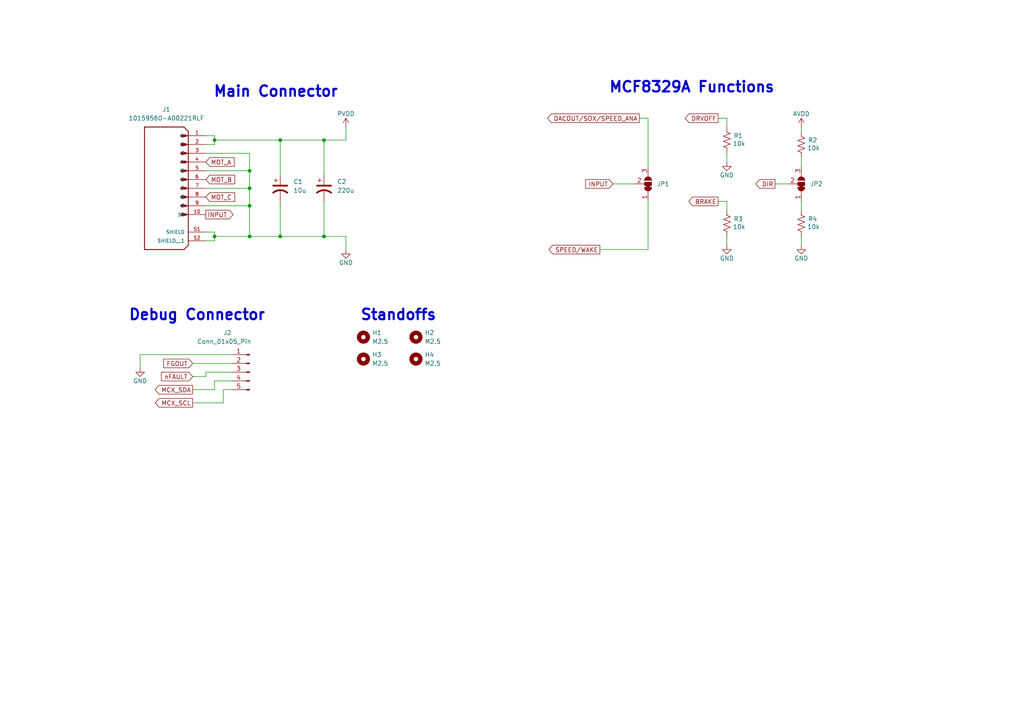
<source format=kicad_sch>
(kicad_sch (version 20231120) (generator "eeschema") (generator_version "8.0")
  (paper "A4")
  (title_block (title "Easy BLDC") (date "2024-08-06") (rev "2.0") (company "Peter Buckley Engineering"))
  (lib_symbols
    (symbol "Connector:Conn_01x05_Pin" (pin_names (offset 1.016) hide)
      (property "Reference" "J" (at 0 7.62 0))
      (property "Value" "Conn_01x05_Pin" (at 0 -7.62 0))
      (symbol "Conn_01x05_Pin_1_1"
        (polyline (pts (xy 1.27 -5.08) (xy 0.8636 -5.08)) (stroke (width 0.1524)))
        (polyline (pts (xy 1.27 -2.54) (xy 0.8636 -2.54)) (stroke (width 0.1524)))
        (polyline (pts (xy 1.27 0) (xy 0.8636 0)) (stroke (width 0.1524)))
        (polyline (pts (xy 1.27 2.54) (xy 0.8636 2.54)) (stroke (width 0.1524)))
        (polyline (pts (xy 1.27 5.08) (xy 0.8636 5.08)) (stroke (width 0.1524)))
        (rectangle (start 0.8636 -4.953) (end 0 -5.207) (stroke (width 0.1524)) (fill (type outline)))
        (rectangle (start 0.8636 -2.413) (end 0 -2.667) (stroke (width 0.1524)) (fill (type outline)))
        (rectangle (start 0.8636 0.127) (end 0 -0.127) (stroke (width 0.1524)) (fill (type outline)))
        (rectangle (start 0.8636 2.667) (end 0 2.413) (stroke (width 0.1524)) (fill (type outline)))
        (rectangle (start 0.8636 5.207) (end 0 4.953) (stroke (width 0.1524)) (fill (type outline)))
        (pin passive line (at 5.08 5.08 180) (length 3.81) (name "Pin_1") (number "1"))
        (pin passive line (at 5.08 2.54 180) (length 3.81) (name "Pin_2") (number "2"))
        (pin passive line (at 5.08 0 180) (length 3.81) (name "Pin_3") (number "3"))
        (pin passive line (at 5.08 -2.54 180) (length 3.81) (name "Pin_4") (number "4"))
        (pin passive line (at 5.08 -5.08 180) (length 3.81) (name "Pin_5") (number "5"))
      )
    )
    (symbol "Device:C_Polarized_US" (pin_numbers hide) (pin_names (offset 0.254) hide)
      (property "Reference" "C" (at 0.635 2.54 0))
      (property "Value" "C_Polarized_US" (at 0.635 -2.54 0))
      (symbol "C_Polarized_US_0_1"
        (polyline (pts (xy -2.032 0.762) (xy 2.032 0.762)) (stroke (width 0.508)))
        (polyline (pts (xy -1.778 2.286) (xy -0.762 2.286)))
        (polyline (pts (xy -1.27 1.778) (xy -1.27 2.794)))
        (arc (start 2.032 -1.27) (mid 0 -0.5572) (end -2.032 -1.27) (stroke (width 0.508)))
      )
      (symbol "C_Polarized_US_1_1"
        (pin passive line (at 0 3.81 270) (length 2.794) (name "~") (number "1"))
        (pin passive line (at 0 -3.81 90) (length 3.302) (name "~") (number "2"))
      )
    )
    (symbol "Device:R_US" (pin_numbers hide) (pin_names (offset 0))
      (property "Reference" "R" (at 2.54 0 90))
      (property "Value" "R_US" (at -2.54 0 90))
      (symbol "R_US_0_1"
        (polyline (pts (xy 0 -2.286) (xy 0 -2.54)))
        (polyline (pts (xy 0 2.286) (xy 0 2.54)))
        (polyline (pts (xy 0 -0.762) (xy 1.016 -1.143) (xy 0 -1.524) (xy -1.016 -1.905) (xy 0 -2.286)))
        (polyline (pts (xy 0 0.762) (xy 1.016 0.381) (xy 0 0) (xy -1.016 -0.381) (xy 0 -0.762)))
        (polyline (pts (xy 0 2.286) (xy 1.016 1.905) (xy 0 1.524) (xy -1.016 1.143) (xy 0 0.762)))
      )
      (symbol "R_US_1_1"
        (pin passive line (at 0 3.81 270) (length 1.27) (name "~") (number "1"))
        (pin passive line (at 0 -3.81 90) (length 1.27) (name "~") (number "2"))
      )
    )
    (symbol "EasyBLDC:10159560-A00221RLF" (pin_names (offset 1.016))
      (property "Reference" "J" (at 0 16.51 0))
      (property "Value" "10159560-A00221RLF" (at 0 -22.86 0))
      (symbol "10159560-A00221RLF_0_0"
        (polyline (pts (xy 0 -19.05) (xy 1.27 -20.32)) (stroke (width 0.254)))
        (polyline (pts (xy 0 -10.16) (xy 1.905 -10.16)) (stroke (width 0.254)))
        (polyline (pts (xy 0 -7.62) (xy 1.905 -7.62)) (stroke (width 0.254)))
        (polyline (pts (xy 0 -5.08) (xy 1.905 -5.08)) (stroke (width 0.254)))
        (polyline (pts (xy 0 -2.54) (xy 1.905 -2.54)) (stroke (width 0.254)))
        (polyline (pts (xy 0 0) (xy 1.905 0)) (stroke (width 0.254)))
        (polyline (pts (xy 0 2.54) (xy 1.905 2.54)) (stroke (width 0.254)))
        (polyline (pts (xy 0 5.08) (xy 1.905 5.08)) (stroke (width 0.254)))
        (polyline (pts (xy 0 7.62) (xy 1.905 7.62)) (stroke (width 0.254)))
        (polyline (pts (xy 0 10.16) (xy 1.905 10.16)) (stroke (width 0.254)))
        (polyline (pts (xy 0 12.7) (xy 0 -19.05)) (stroke (width 0.254)))
        (polyline (pts (xy 0 12.7) (xy 1.905 12.7)) (stroke (width 0.254)))
        (polyline (pts (xy 0 13.97) (xy 0 12.7)) (stroke (width 0.254)))
        (polyline (pts (xy 0 13.97) (xy 1.27 15.24)) (stroke (width 0.254)))
        (polyline (pts (xy 1.27 -20.32) (xy 12.7 -20.32)) (stroke (width 0.254)))
        (polyline (pts (xy 12.7 -20.32) (xy 12.7 15.24)) (stroke (width 0.254)))
        (polyline (pts (xy 12.7 15.24) (xy 1.27 15.24)) (stroke (width 0.254)))
        (rectangle (start 0.635 -10.4775) (end 2.2225 -9.8425) (stroke (width 0.1)) (fill (type outline)))
        (rectangle (start 0.635 -7.9375) (end 2.2225 -7.3025) (stroke (width 0.1)) (fill (type outline)))
        (rectangle (start 0.635 -5.3975) (end 2.2225 -4.7625) (stroke (width 0.1)) (fill (type outline)))
        (rectangle (start 0.635 -2.8575) (end 2.2225 -2.2225) (stroke (width 0.1)) (fill (type outline)))
        (rectangle (start 0.635 -0.3175) (end 2.2225 0.3175) (stroke (width 0.1)) (fill (type outline)))
        (rectangle (start 0.635 2.2225) (end 2.2225 2.8575) (stroke (width 0.1)) (fill (type outline)))
        (rectangle (start 0.635 4.7625) (end 2.2225 5.3975) (stroke (width 0.1)) (fill (type outline)))
        (rectangle (start 0.635 7.3025) (end 2.2225 7.9375) (stroke (width 0.1)) (fill (type outline)))
        (rectangle (start 0.635 9.8425) (end 2.2225 10.4775) (stroke (width 0.1)) (fill (type outline)))
        (rectangle (start 0.635 12.3825) (end 2.2225 13.0175) (stroke (width 0.1)) (fill (type outline)))
        (pin power_in line (at -5.08 12.7 0) (length 5.08) (name "1") (number "1"))
        (pin power_in line (at -5.08 -10.16 0) (length 5.08) (name "10") (number "10"))
        (pin power_in line (at -5.08 10.16 0) (length 5.08) (name "2") (number "2"))
        (pin power_in line (at -5.08 7.62 0) (length 5.08) (name "3") (number "3"))
        (pin power_in line (at -5.08 5.08 0) (length 5.08) (name "4") (number "4"))
        (pin power_in line (at -5.08 2.54 0) (length 5.08) (name "5") (number "5"))
        (pin power_in line (at -5.08 0 0) (length 5.08) (name "6") (number "6"))
        (pin power_in line (at -5.08 -2.54 0) (length 5.08) (name "7") (number "7"))
        (pin power_in line (at -5.08 -5.08 0) (length 5.08) (name "8") (number "8"))
        (pin power_in line (at -5.08 -7.62 0) (length 5.08) (name "9") (number "9"))
        (pin passive line (at -5.08 -15.24 0) (length 5.08) (name "SHIELD") (number "S1"))
        (pin passive line (at -5.08 -17.78 0) (length 5.08) (name "SHIELD__1") (number "S2"))
      )
    )
    (symbol "Jumper:SolderJumper_3_Bridged12" (pin_names (offset 0) hide) (exclude_from_sim yes) (in_bom no)
      (property "Reference" "JP" (at -2.54 -2.54 0))
      (property "Value" "SolderJumper_3_Bridged12" (at 0 2.794 0))
      (symbol "SolderJumper_3_Bridged12_0_1"
        (rectangle (start -1.016 0.508) (end -0.508 -0.508) (fill (type outline)))
        (arc (start -1.016 1.016) (mid -2.0276 0) (end -1.016 -1.016))
        (arc (start -1.016 1.016) (mid -2.0276 0) (end -1.016 -1.016) (fill (type outline)))
        (rectangle (start -0.508 1.016) (end 0.508 -1.016) (fill (type outline)))
        (polyline (pts (xy -2.54 0) (xy -2.032 0)))
        (polyline (pts (xy -1.016 1.016) (xy -1.016 -1.016)))
        (polyline (pts (xy 0 -1.27) (xy 0 -1.016)))
        (polyline (pts (xy 1.016 1.016) (xy 1.016 -1.016)))
        (polyline (pts (xy 2.54 0) (xy 2.032 0)))
        (arc (start 1.016 -1.016) (mid 2.0276 0) (end 1.016 1.016))
        (arc (start 1.016 -1.016) (mid 2.0276 0) (end 1.016 1.016) (fill (type outline)))
      )
      (symbol "SolderJumper_3_Bridged12_1_1"
        (pin passive line (at -5.08 0 0) (length 2.54) (name "A") (number "1"))
        (pin passive line (at 0 -3.81 90) (length 2.54) (name "C") (number "2"))
        (pin passive line (at 5.08 0 180) (length 2.54) (name "B") (number "3"))
      )
    )
    (symbol "Mechanical:MountingHole" (pin_names (offset 1.016)) (exclude_from_sim yes) (in_bom no)
      (property "Reference" "H" (at 0 5.08 0))
      (property "Value" "MountingHole" (at 0 3.175 0))
      (symbol "MountingHole_0_1"
        (circle (center 0 0) (radius 1.27) (stroke (width 1.27)))
      )
    )
    (symbol "power:+1V1" (power) (pin_numbers hide) (pin_names (offset 0) hide)
      (property "Value" "+1V1" (at 0 3.556 0))
      (symbol "+1V1_0_1"
        (polyline (pts (xy -0.762 1.27) (xy 0 2.54)))
        (polyline (pts (xy 0 0) (xy 0 2.54)))
        (polyline (pts (xy 0 2.54) (xy 0.762 1.27)))
      )
      (symbol "+1V1_1_1"
        (pin power_in line (at 0 0 90) (length 0) (name "~") (number "1"))
      )
    )
    (symbol "power:GND" (power) (pin_numbers hide) (pin_names (offset 0) hide)
      (property "Value" "GND" (at 0 -3.81 0))
      (symbol "GND_0_1"
        (polyline (pts (xy 0 0) (xy 0 -1.27) (xy 1.27 -1.27) (xy 0 -2.54) (xy -1.27 -1.27) (xy 0 -1.27)))
      )
      (symbol "GND_1_1"
        (pin power_in line (at 0 0 270) (length 0) (name "~") (number "1"))
      )
    )
    (symbol "power:VDC" (power) (pin_numbers hide) (pin_names (offset 0) hide)
      (property "Value" "VDC" (at 0 3.556 0))
      (symbol "VDC_0_1"
        (polyline (pts (xy -0.762 1.27) (xy 0 2.54)))
        (polyline (pts (xy 0 0) (xy 0 2.54)))
        (polyline (pts (xy 0 2.54) (xy 0.762 1.27)))
      )
      (symbol "VDC_1_1"
        (pin power_in line (at 0 0 90) (length 0) (name "~") (number "1"))
      )
    )
  )
  (junction (at 62.23 40.64))
  (junction (at 72.39 49.53))
  (junction (at 62.23 68.58))
  (junction (at 72.39 59.69))
  (junction (at 81.28 68.58))
  (junction (at 93.98 68.58))
  (junction (at 72.39 54.61))
  (junction (at 81.28 40.64))
  (junction (at 93.98 40.64))
  (junction (at 72.39 68.58))
  (wire (pts (xy 208.28 58.42) (xy 210.82 58.42)))
  (wire (pts (xy 173.99 72.39) (xy 187.96 72.39)))
  (wire (pts (xy 59.69 44.45) (xy 72.39 44.45)))
  (wire (pts (xy 59.69 107.95) (xy 67.31 107.95)))
  (wire (pts (xy 59.69 107.95) (xy 59.69 109.22)))
  (wire (pts (xy 81.28 40.64) (xy 93.98 40.64)))
  (wire (pts (xy 100.33 36.83) (xy 100.33 40.64)))
  (wire (pts (xy 232.41 58.42) (xy 232.41 60.96)))
  (wire (pts (xy 62.23 69.85) (xy 59.69 69.85)))
  (wire (pts (xy 72.39 49.53) (xy 72.39 54.61)))
  (wire (pts (xy 55.88 116.84) (xy 64.77 116.84)))
  (wire (pts (xy 59.69 49.53) (xy 72.39 49.53)))
  (wire (pts (xy 55.88 113.03) (xy 62.23 113.03)))
  (wire (pts (xy 59.69 59.69) (xy 72.39 59.69)))
  (wire (pts (xy 208.28 34.29) (xy 210.82 34.29)))
  (wire (pts (xy 59.69 67.31) (xy 62.23 67.31)))
  (wire (pts (xy 100.33 68.58) (xy 100.33 72.39)))
  (wire (pts (xy 59.69 41.91) (xy 62.23 41.91)))
  (wire (pts (xy 232.41 36.83) (xy 232.41 38.1)))
  (wire (pts (xy 210.82 68.58) (xy 210.82 71.12)))
  (wire (pts (xy 93.98 68.58) (xy 100.33 68.58)))
  (wire (pts (xy 40.64 102.87) (xy 40.64 106.68)))
  (wire (pts (xy 93.98 50.8) (xy 93.98 40.64)))
  (wire (pts (xy 62.23 41.91) (xy 62.23 40.64)))
  (wire (pts (xy 62.23 113.03) (xy 62.23 110.49)))
  (wire (pts (xy 62.23 110.49) (xy 67.31 110.49)))
  (wire (pts (xy 185.42 34.29) (xy 187.96 34.29)))
  (wire (pts (xy 232.41 68.58) (xy 232.41 71.12)))
  (wire (pts (xy 62.23 68.58) (xy 62.23 69.85)))
  (wire (pts (xy 72.39 54.61) (xy 72.39 59.69)))
  (wire (pts (xy 72.39 44.45) (xy 72.39 49.53)))
  (wire (pts (xy 62.23 68.58) (xy 72.39 68.58)))
  (wire (pts (xy 210.82 34.29) (xy 210.82 36.83)))
  (wire (pts (xy 64.77 113.03) (xy 67.31 113.03)))
  (wire (pts (xy 81.28 68.58) (xy 72.39 68.58)))
  (wire (pts (xy 62.23 40.64) (xy 81.28 40.64)))
  (wire (pts (xy 187.96 72.39) (xy 187.96 58.42)))
  (wire (pts (xy 93.98 40.64) (xy 100.33 40.64)))
  (wire (pts (xy 81.28 68.58) (xy 93.98 68.58)))
  (wire (pts (xy 55.88 105.41) (xy 67.31 105.41)))
  (wire (pts (xy 72.39 59.69) (xy 72.39 68.58)))
  (wire (pts (xy 81.28 58.42) (xy 81.28 68.58)))
  (wire (pts (xy 224.79 53.34) (xy 228.6 53.34)))
  (wire (pts (xy 210.82 44.45) (xy 210.82 46.99)))
  (wire (pts (xy 81.28 50.8) (xy 81.28 40.64)))
  (wire (pts (xy 210.82 58.42) (xy 210.82 60.96)))
  (wire (pts (xy 93.98 58.42) (xy 93.98 68.58)))
  (wire (pts (xy 62.23 67.31) (xy 62.23 68.58)))
  (wire (pts (xy 232.41 45.72) (xy 232.41 48.26)))
  (wire (pts (xy 62.23 39.37) (xy 59.69 39.37)))
  (wire (pts (xy 40.64 102.87) (xy 67.31 102.87)))
  (wire (pts (xy 177.8 53.34) (xy 184.15 53.34)))
  (wire (pts (xy 64.77 116.84) (xy 64.77 113.03)))
  (wire (pts (xy 62.23 40.64) (xy 62.23 39.37)))
  (wire (pts (xy 59.69 54.61) (xy 72.39 54.61)))
  (wire (pts (xy 59.69 109.22) (xy 55.88 109.22)))
  (wire (pts (xy 187.96 34.29) (xy 187.96 48.26)))
  (text "MCF8329A Functions\n" (at 200.66 25.4 0) (effects (font (size 3.048 3.048) (bold yes))))
  (text "Main Connector" (at 80.01 26.67 0) (effects (font (size 3.048 3.048) (bold yes))))
  (text "Debug Connector" (at 57.15 91.44 0) (effects (font (size 3.048 3.048) (bold yes))))
  (text "Standoffs" (at 115.57 91.44 0) (effects (font (size 3.048 3.048) (bold yes))))
  (global_label "MOT_A" (shape input) (at 59.69 46.99 0) (property "Intersheetrefs" "${INTERSHEET_REFS}" (effects (hide yes))))
  (global_label "SPEED{slash}WAKE" (shape output) (at 173.99 72.39 180) (property "Intersheetrefs" "${INTERSHEET_REFS}" (effects (hide yes))))
  (global_label "INPUT" (shape output) (at 59.69 62.23 0) (property "Intersheetrefs" "${INTERSHEET_REFS}" (effects (hide yes))))
  (global_label "MCX_SDA" (shape output) (at 55.88 113.03 180) (property "Intersheetrefs" "${INTERSHEET_REFS}" (effects (hide yes))))
  (global_label "nFAULT" (shape input) (at 55.88 109.22 180) (property "Intersheetrefs" "${INTERSHEET_REFS}" (effects (hide yes))))
  (global_label "FGOUT" (shape input) (at 55.88 105.41 180) (property "Intersheetrefs" "${INTERSHEET_REFS}" (effects (hide yes))))
  (global_label "MOT_B" (shape input) (at 59.69 52.07 0) (property "Intersheetrefs" "${INTERSHEET_REFS}" (effects (hide yes))))
  (global_label "MCX_SCL" (shape output) (at 55.88 116.84 180) (property "Intersheetrefs" "${INTERSHEET_REFS}" (effects (hide yes))))
  (global_label "DIR" (shape output) (at 224.79 53.34 180) (property "Intersheetrefs" "${INTERSHEET_REFS}" (effects (hide yes))))
  (global_label "DACOUT{slash}SOX{slash}SPEED_ANA" (shape output) (at 185.42 34.29 180) (property "Intersheetrefs" "${INTERSHEET_REFS}" (effects (hide yes))))
  (global_label "BRAKE" (shape output) (at 208.28 58.42 180) (property "Intersheetrefs" "${INTERSHEET_REFS}" (effects (hide yes))))
  (global_label "INPUT" (shape input) (at 177.8 53.34 180) (property "Intersheetrefs" "${INTERSHEET_REFS}" (effects (hide yes))))
  (global_label "MOT_C" (shape input) (at 59.69 57.15 0) (property "Intersheetrefs" "${INTERSHEET_REFS}" (effects (hide yes))))
  (global_label "DRVOFF" (shape output) (at 208.28 34.29 180) (property "Intersheetrefs" "${INTERSHEET_REFS}" (effects (hide yes))))
  (symbol (lib_id "Mechanical:MountingHole") (at 120.65 104.14 0) (unit 1) (exclude_from_sim yes) (in_bom no)
    (property "Reference" "H4" (at 123.19 102.8699 0) (effects (justify left)))
    (property "Value" "M2.5" (at 123.19 105.4099 0) (effects (justify left)))
    (property "Footprint" "MountingHole:MountingHole_2.7mm_M2.5_ISO7380" (effects (hide yes)))
    (property "Description" "Mounting Hole without connection" (effects (hide yes)))
  )
  (symbol (lib_id "Device:R_US") (at 210.82 64.77 180) (unit 1)
    (property "Reference" "R3" (at 214.122 63.5 0))
    (property "Value" "10k" (at 214.376 65.786 0))
    (property "Footprint" "Resistor_SMD:R_0603_1608Metric" (effects (hide yes)))
    (property "Description" "Resistor, US symbol" (effects (hide yes)))
  )
  (symbol (lib_id "power:+1V1") (at 232.41 36.83 0) (unit 1)
    (property "Reference" "#PWR02" (effects (hide yes)))
    (property "Value" "AVDD" (at 232.41 33.02 0))
    (property "Description" "Power symbol creates a global label with name \"+1V1\"" (effects (hide yes)))
  )
  (symbol (lib_id "Device:C_Polarized_US") (at 81.28 54.61 0) (unit 1)
    (property "Reference" "C1" (at 85.09 52.7049 0) (effects (justify left)))
    (property "Value" "10u" (at 85.09 55.2449 0) (effects (justify left)))
    (property "Footprint" "Capacitor_SMD:CP_Elec_5x5.3" (effects (hide yes)))
    (property "Description" "Polarized capacitor, US symbol" (effects (hide yes)))
  )
  (symbol (lib_id "power:GND") (at 40.64 106.68 0) (unit 1)
    (property "Reference" "#PWR07" (effects (hide yes)))
    (property "Value" "GND" (at 40.64 110.49 0))
    (property "Description" "Power symbol creates a global label with name \"GND\" , ground" (effects (hide yes)))
  )
  (symbol (lib_id "Mechanical:MountingHole") (at 105.41 97.79 0) (unit 1) (exclude_from_sim yes) (in_bom no)
    (property "Reference" "H1" (at 107.95 96.5199 0) (effects (justify left)))
    (property "Value" "M2.5" (at 107.95 99.0599 0) (effects (justify left)))
    (property "Footprint" "MountingHole:MountingHole_2.7mm_M2.5_ISO7380" (effects (hide yes)))
    (property "Description" "Mounting Hole without connection" (effects (hide yes)))
  )
  (symbol (lib_id "Mechanical:MountingHole") (at 120.65 97.79 0) (unit 1) (exclude_from_sim yes) (in_bom no)
    (property "Reference" "H2" (at 123.19 96.5199 0) (effects (justify left)))
    (property "Value" "M2.5" (at 123.19 99.0599 0) (effects (justify left)))
    (property "Footprint" "MountingHole:MountingHole_2.7mm_M2.5_ISO7380" (effects (hide yes)))
    (property "Description" "Mounting Hole without connection" (effects (hide yes)))
  )
  (symbol (lib_id "power:GND") (at 210.82 46.99 0) (unit 1)
    (property "Reference" "#PWR03" (effects (hide yes)))
    (property "Value" "GND" (at 210.82 50.8 0))
    (property "Description" "Power symbol creates a global label with name \"GND\" , ground" (effects (hide yes)))
  )
  (symbol (lib_id "Jumper:SolderJumper_3_Bridged12") (at 187.96 53.34 270) (mirror x) (unit 1) (exclude_from_sim yes) (in_bom no)
    (property "Reference" "JP1" (at 190.5 53.34 90) (effects (justify left)))
    (property "Value" "SolderJumper_3_Bridged12" (effects (hide yes)))
    (property "Footprint" "Jumper:SolderJumper-3_P1.3mm_Bridged12_RoundedPad1.0x1.5mm_NumberLabels" (effects (hide yes)))
    (property "Description" "3-pole Solder Jumper, pins 1+2 closed/bridged" (effects (hide yes)))
  )
  (symbol (lib_id "Device:R_US") (at 232.41 64.77 180) (unit 1)
    (property "Reference" "R4" (at 235.712 63.5 0))
    (property "Value" "10k" (at 235.966 65.786 0))
    (property "Footprint" "Resistor_SMD:R_0603_1608Metric" (effects (hide yes)))
    (property "Description" "Resistor, US symbol" (effects (hide yes)))
  )
  (symbol (lib_id "power:VDC") (at 100.33 36.83 0) (unit 1)
    (property "Reference" "#PWR01" (effects (hide yes)))
    (property "Value" "PVDD" (at 100.33 33.02 0))
    (property "Description" "Power symbol creates a global label with name \"VDC\"" (effects (hide yes)))
  )
  (symbol (lib_id "power:GND") (at 232.41 71.12 0) (unit 1)
    (property "Reference" "#PWR05" (effects (hide yes)))
    (property "Value" "GND" (at 232.41 74.93 0))
    (property "Description" "Power symbol creates a global label with name \"GND\" , ground" (effects (hide yes)))
  )
  (symbol (lib_id "Jumper:SolderJumper_3_Bridged12") (at 232.41 53.34 270) (mirror x) (unit 1) (exclude_from_sim yes) (in_bom no)
    (property "Reference" "JP2" (at 234.95 53.34 90) (effects (justify left)))
    (property "Value" "SolderJumper_3_Bridged12" (effects (hide yes)))
    (property "Footprint" "Jumper:SolderJumper-3_P1.3mm_Bridged12_RoundedPad1.0x1.5mm_NumberLabels" (effects (hide yes)))
    (property "Description" "3-pole Solder Jumper, pins 1+2 closed/bridged" (effects (hide yes)))
  )
  (symbol (lib_id "Mechanical:MountingHole") (at 105.41 104.14 0) (unit 1) (exclude_from_sim yes) (in_bom no)
    (property "Reference" "H3" (at 107.95 102.8699 0) (effects (justify left)))
    (property "Value" "M2.5" (at 107.95 105.4099 0) (effects (justify left)))
    (property "Footprint" "MountingHole:MountingHole_2.7mm_M2.5_ISO7380" (effects (hide yes)))
    (property "Description" "Mounting Hole without connection" (effects (hide yes)))
  )
  (symbol (lib_id "Device:C_Polarized_US") (at 93.98 54.61 0) (unit 1)
    (property "Reference" "C2" (at 97.79 52.7049 0) (effects (justify left)))
    (property "Value" "220u" (at 97.79 55.2449 0) (effects (justify left)))
    (property "Footprint" "Capacitor_SMD:CP_Elec_10x10.5" (effects (hide yes)))
    (property "Description" "Polarized capacitor, US symbol" (effects (hide yes)))
  )
  (symbol (lib_id "Device:R_US") (at 232.41 41.91 180) (unit 1)
    (property "Reference" "R2" (at 235.712 40.64 0))
    (property "Value" "10k" (at 235.966 42.926 0))
    (property "Footprint" "Resistor_SMD:R_0603_1608Metric" (effects (hide yes)))
    (property "Description" "Resistor, US symbol" (effects (hide yes)))
  )
  (symbol (lib_id "power:GND") (at 100.33 72.39 0) (unit 1)
    (property "Reference" "#PWR06" (effects (hide yes)))
    (property "Value" "GND" (at 100.33 76.2 0))
    (property "Description" "Power symbol creates a global label with name \"GND\" , ground" (effects (hide yes)))
  )
  (symbol (lib_id "power:GND") (at 210.82 71.12 0) (unit 1)
    (property "Reference" "#PWR04" (effects (hide yes)))
    (property "Value" "GND" (at 210.82 74.93 0))
    (property "Description" "Power symbol creates a global label with name \"GND\" , ground" (effects (hide yes)))
  )
  (symbol (lib_id "EasyBLDC:10159560-A00221RLF") (at 54.61 52.07 0) (mirror y) (unit 1)
    (property "Reference" "J1" (at 48.26 31.75 0))
    (property "Value" "10159560-A00221RLF" (at 48.26 34.29 0))
    (property "Footprint" "EasyBLDC:AMPHENOL_10159560-A00221RLF" (effects (hide yes)))
    (property "PARTREV" "C" (effects (hide yes)))
    (property "STANDARD" "Manufacturer Recommendations" (effects (hide yes)))
    (property "MAXIMUM_PACKAGE_HEIGHT" "5.70mm" (effects (hide yes)))
    (property "MANUFACTURER" "Amphenol ICC" (effects (hide yes)))
  )
  (symbol (lib_id "Device:R_US") (at 210.82 40.64 180) (unit 1)
    (property "Reference" "R1" (at 214.122 39.37 0))
    (property "Value" "10k" (at 214.376 41.656 0))
    (property "Footprint" "Resistor_SMD:R_0603_1608Metric" (effects (hide yes)))
    (property "Description" "Resistor, US symbol" (effects (hide yes)))
  )
  (symbol (lib_id "Connector:Conn_01x05_Pin") (at 72.39 107.95 0) (mirror y) (unit 1)
    (property "Reference" "J2" (at 64.77 96.52 0) (effects (justify right)))
    (property "Value" "Conn_01x05_Pin" (at 57.15 99.06 0) (effects (justify right)))
    (property "Footprint" "Connector_PinSocket_2.54mm:PinSocket_1x05_P2.54mm_Vertical" (effects (hide yes)))
    (property "Description" "Generic connector, single row, 01x05, script generated" (effects (hide yes)))
  )
)
</source>
